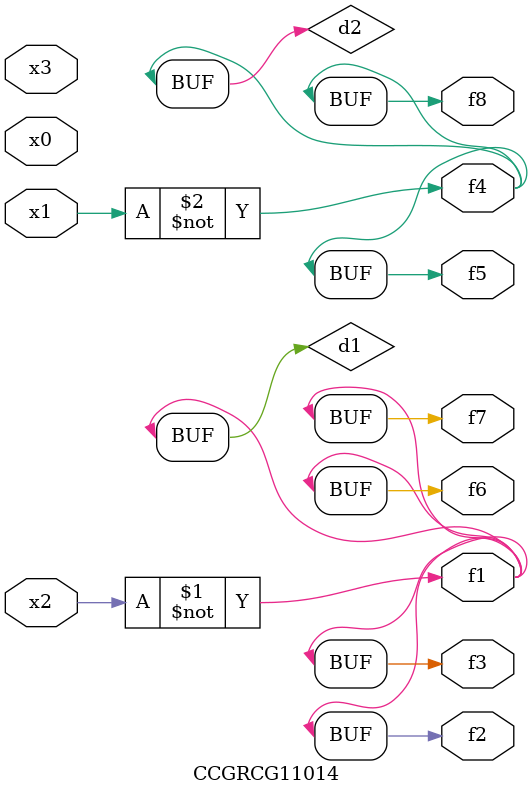
<source format=v>
module CCGRCG11014(
	input x0, x1, x2, x3,
	output f1, f2, f3, f4, f5, f6, f7, f8
);

	wire d1, d2;

	xnor (d1, x2);
	not (d2, x1);
	assign f1 = d1;
	assign f2 = d1;
	assign f3 = d1;
	assign f4 = d2;
	assign f5 = d2;
	assign f6 = d1;
	assign f7 = d1;
	assign f8 = d2;
endmodule

</source>
